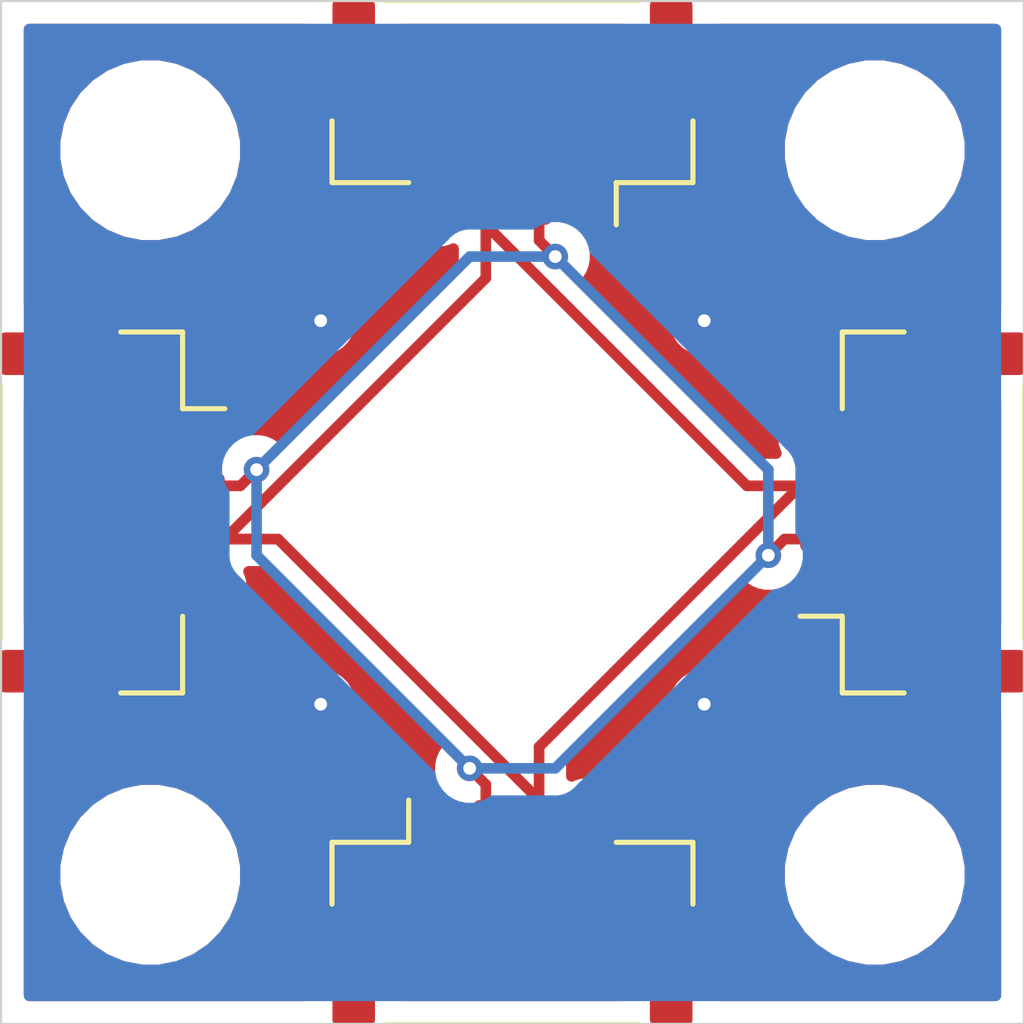
<source format=kicad_pcb>
(kicad_pcb (version 20171130) (host pcbnew "(5.1.9)-1")

  (general
    (thickness 1.6)
    (drawings 4)
    (tracks 47)
    (zones 0)
    (modules 9)
    (nets 5)
  )

  (page A4)
  (layers
    (0 F.Cu signal hide)
    (31 B.Cu signal hide)
    (32 B.Adhes user)
    (33 F.Adhes user)
    (34 B.Paste user)
    (35 F.Paste user)
    (36 B.SilkS user)
    (37 F.SilkS user)
    (38 B.Mask user)
    (39 F.Mask user)
    (40 Dwgs.User user)
    (41 Cmts.User user)
    (42 Eco1.User user)
    (43 Eco2.User user)
    (44 Edge.Cuts user)
    (45 Margin user)
    (46 B.CrtYd user)
    (47 F.CrtYd user)
    (48 B.Fab user)
    (49 F.Fab user)
  )

  (setup
    (last_trace_width 0.25)
    (trace_clearance 0.2)
    (zone_clearance 0.508)
    (zone_45_only no)
    (trace_min 0.2)
    (via_size 0.8)
    (via_drill 0.4)
    (via_min_size 0.4)
    (via_min_drill 0.3)
    (user_via 0.6 0.3)
    (uvia_size 0.3)
    (uvia_drill 0.1)
    (uvias_allowed no)
    (uvia_min_size 0.2)
    (uvia_min_drill 0.1)
    (edge_width 0.05)
    (segment_width 0.2)
    (pcb_text_width 0.3)
    (pcb_text_size 1.5 1.5)
    (mod_edge_width 0.12)
    (mod_text_size 1 1)
    (mod_text_width 0.15)
    (pad_size 1.524 1.524)
    (pad_drill 0.762)
    (pad_to_mask_clearance 0)
    (aux_axis_origin 0 0)
    (visible_elements 7FFFFFFF)
    (pcbplotparams
      (layerselection 0x010fc_ffffffff)
      (usegerberextensions false)
      (usegerberattributes true)
      (usegerberadvancedattributes true)
      (creategerberjobfile true)
      (excludeedgelayer true)
      (linewidth 0.100000)
      (plotframeref false)
      (viasonmask false)
      (mode 1)
      (useauxorigin false)
      (hpglpennumber 1)
      (hpglpenspeed 20)
      (hpglpendiameter 15.000000)
      (psnegative false)
      (psa4output false)
      (plotreference true)
      (plotvalue true)
      (plotinvisibletext false)
      (padsonsilk false)
      (subtractmaskfromsilk false)
      (outputformat 1)
      (mirror false)
      (drillshape 1)
      (scaleselection 1)
      (outputdirectory ""))
  )

  (net 0 "")
  (net 1 GND)
  (net 2 SDA)
  (net 3 SCL)
  (net 4 +5V)

  (net_class Default "This is the default net class."
    (clearance 0.2)
    (trace_width 0.25)
    (via_dia 0.8)
    (via_drill 0.4)
    (uvia_dia 0.3)
    (uvia_drill 0.1)
    (add_net +5V)
    (add_net GND)
    (add_net SCL)
    (add_net SDA)
  )

  (module Connector_JST:JST_GH_SM04B-GHS-TB_1x04-1MP_P1.25mm_Horizontal (layer F.Cu) (tedit 5B78AD87) (tstamp 612691DD)
    (at 9.45 0 90)
    (descr "JST GH series connector, SM04B-GHS-TB (http://www.jst-mfg.com/product/pdf/eng/eGH.pdf), generated with kicad-footprint-generator")
    (tags "connector JST GH top entry")
    (path /612774DC)
    (attr smd)
    (fp_text reference J4 (at 0 -3.9 90) (layer F.SilkS) hide
      (effects (font (size 1 1) (thickness 0.15)))
    )
    (fp_text value Conn_01x04 (at 0 3.9 90) (layer F.Fab)
      (effects (font (size 1 1) (thickness 0.15)))
    )
    (fp_line (start -4.125 -1.6) (end 4.125 -1.6) (layer F.Fab) (width 0.1))
    (fp_line (start -4.235 -0.26) (end -4.235 -1.71) (layer F.SilkS) (width 0.12))
    (fp_line (start -4.235 -1.71) (end -2.435 -1.71) (layer F.SilkS) (width 0.12))
    (fp_line (start -2.435 -1.71) (end -2.435 -2.7) (layer F.SilkS) (width 0.12))
    (fp_line (start 4.235 -0.26) (end 4.235 -1.71) (layer F.SilkS) (width 0.12))
    (fp_line (start 4.235 -1.71) (end 2.435 -1.71) (layer F.SilkS) (width 0.12))
    (fp_line (start -2.965 2.56) (end 2.965 2.56) (layer F.SilkS) (width 0.12))
    (fp_line (start -4.125 2.45) (end 4.125 2.45) (layer F.Fab) (width 0.1))
    (fp_line (start -4.125 -1.6) (end -4.125 2.45) (layer F.Fab) (width 0.1))
    (fp_line (start 4.125 -1.6) (end 4.125 2.45) (layer F.Fab) (width 0.1))
    (fp_line (start -4.72 -3.2) (end -4.72 3.2) (layer F.CrtYd) (width 0.05))
    (fp_line (start -4.72 3.2) (end 4.72 3.2) (layer F.CrtYd) (width 0.05))
    (fp_line (start 4.72 3.2) (end 4.72 -3.2) (layer F.CrtYd) (width 0.05))
    (fp_line (start 4.72 -3.2) (end -4.72 -3.2) (layer F.CrtYd) (width 0.05))
    (fp_line (start -2.375 -1.6) (end -1.875 -0.892893) (layer F.Fab) (width 0.1))
    (fp_line (start -1.875 -0.892893) (end -1.375 -1.6) (layer F.Fab) (width 0.1))
    (fp_text user %R (at 0 0 90) (layer F.Fab)
      (effects (font (size 1 1) (thickness 0.15)))
    )
    (pad MP smd roundrect (at 3.725 1.35 90) (size 1 2.7) (layers F.Cu F.Paste F.Mask) (roundrect_rratio 0.25))
    (pad MP smd roundrect (at -3.725 1.35 90) (size 1 2.7) (layers F.Cu F.Paste F.Mask) (roundrect_rratio 0.25))
    (pad 4 smd roundrect (at 1.875 -1.85 90) (size 0.6 1.7) (layers F.Cu F.Paste F.Mask) (roundrect_rratio 0.25)
      (net 1 GND))
    (pad 3 smd roundrect (at 0.625 -1.85 90) (size 0.6 1.7) (layers F.Cu F.Paste F.Mask) (roundrect_rratio 0.25)
      (net 2 SDA))
    (pad 2 smd roundrect (at -0.625 -1.85 90) (size 0.6 1.7) (layers F.Cu F.Paste F.Mask) (roundrect_rratio 0.25)
      (net 3 SCL))
    (pad 1 smd roundrect (at -1.875 -1.85 90) (size 0.6 1.7) (layers F.Cu F.Paste F.Mask) (roundrect_rratio 0.25)
      (net 4 +5V))
    (model ${KISYS3DMOD}/Connector_JST.3dshapes/JST_GH_SM04B-GHS-TB_1x04-1MP_P1.25mm_Horizontal.wrl
      (at (xyz 0 0 0))
      (scale (xyz 1 1 1))
      (rotate (xyz 0 0 0))
    )
  )

  (module Connector_JST:JST_GH_SM04B-GHS-TB_1x04-1MP_P1.25mm_Horizontal (layer F.Cu) (tedit 5B78AD87) (tstamp 612691C2)
    (at 0 9.45)
    (descr "JST GH series connector, SM04B-GHS-TB (http://www.jst-mfg.com/product/pdf/eng/eGH.pdf), generated with kicad-footprint-generator")
    (tags "connector JST GH top entry")
    (path /6131BA8B)
    (attr smd)
    (fp_text reference J3 (at 0 -3.9) (layer F.SilkS) hide
      (effects (font (size 1 1) (thickness 0.15)))
    )
    (fp_text value Conn_01x04 (at 0 3.9) (layer F.Fab)
      (effects (font (size 1 1) (thickness 0.15)))
    )
    (fp_line (start -4.125 -1.6) (end 4.125 -1.6) (layer F.Fab) (width 0.1))
    (fp_line (start -4.235 -0.26) (end -4.235 -1.71) (layer F.SilkS) (width 0.12))
    (fp_line (start -4.235 -1.71) (end -2.435 -1.71) (layer F.SilkS) (width 0.12))
    (fp_line (start -2.435 -1.71) (end -2.435 -2.7) (layer F.SilkS) (width 0.12))
    (fp_line (start 4.235 -0.26) (end 4.235 -1.71) (layer F.SilkS) (width 0.12))
    (fp_line (start 4.235 -1.71) (end 2.435 -1.71) (layer F.SilkS) (width 0.12))
    (fp_line (start -2.965 2.56) (end 2.965 2.56) (layer F.SilkS) (width 0.12))
    (fp_line (start -4.125 2.45) (end 4.125 2.45) (layer F.Fab) (width 0.1))
    (fp_line (start -4.125 -1.6) (end -4.125 2.45) (layer F.Fab) (width 0.1))
    (fp_line (start 4.125 -1.6) (end 4.125 2.45) (layer F.Fab) (width 0.1))
    (fp_line (start -4.72 -3.2) (end -4.72 3.2) (layer F.CrtYd) (width 0.05))
    (fp_line (start -4.72 3.2) (end 4.72 3.2) (layer F.CrtYd) (width 0.05))
    (fp_line (start 4.72 3.2) (end 4.72 -3.2) (layer F.CrtYd) (width 0.05))
    (fp_line (start 4.72 -3.2) (end -4.72 -3.2) (layer F.CrtYd) (width 0.05))
    (fp_line (start -2.375 -1.6) (end -1.875 -0.892893) (layer F.Fab) (width 0.1))
    (fp_line (start -1.875 -0.892893) (end -1.375 -1.6) (layer F.Fab) (width 0.1))
    (fp_text user %R (at 0 0) (layer F.Fab)
      (effects (font (size 1 1) (thickness 0.15)))
    )
    (pad MP smd roundrect (at 3.725 1.35) (size 1 2.7) (layers F.Cu F.Paste F.Mask) (roundrect_rratio 0.25))
    (pad MP smd roundrect (at -3.725 1.35) (size 1 2.7) (layers F.Cu F.Paste F.Mask) (roundrect_rratio 0.25))
    (pad 4 smd roundrect (at 1.875 -1.85) (size 0.6 1.7) (layers F.Cu F.Paste F.Mask) (roundrect_rratio 0.25)
      (net 1 GND))
    (pad 3 smd roundrect (at 0.625 -1.85) (size 0.6 1.7) (layers F.Cu F.Paste F.Mask) (roundrect_rratio 0.25)
      (net 2 SDA))
    (pad 2 smd roundrect (at -0.625 -1.85) (size 0.6 1.7) (layers F.Cu F.Paste F.Mask) (roundrect_rratio 0.25)
      (net 3 SCL))
    (pad 1 smd roundrect (at -1.875 -1.85) (size 0.6 1.7) (layers F.Cu F.Paste F.Mask) (roundrect_rratio 0.25)
      (net 4 +5V))
    (model ${KISYS3DMOD}/Connector_JST.3dshapes/JST_GH_SM04B-GHS-TB_1x04-1MP_P1.25mm_Horizontal.wrl
      (at (xyz 0 0 0))
      (scale (xyz 1 1 1))
      (rotate (xyz 0 0 0))
    )
  )

  (module Connector_JST:JST_GH_SM04B-GHS-TB_1x04-1MP_P1.25mm_Horizontal (layer F.Cu) (tedit 5B78AD87) (tstamp 612691A7)
    (at -9.45 0 270)
    (descr "JST GH series connector, SM04B-GHS-TB (http://www.jst-mfg.com/product/pdf/eng/eGH.pdf), generated with kicad-footprint-generator")
    (tags "connector JST GH top entry")
    (path /61314CFD)
    (attr smd)
    (fp_text reference J2 (at 0 -3.9 90) (layer F.SilkS) hide
      (effects (font (size 1 1) (thickness 0.15)))
    )
    (fp_text value Conn_01x04 (at 0 3.9 90) (layer F.Fab)
      (effects (font (size 1 1) (thickness 0.15)))
    )
    (fp_line (start -4.125 -1.6) (end 4.125 -1.6) (layer F.Fab) (width 0.1))
    (fp_line (start -4.235 -0.26) (end -4.235 -1.71) (layer F.SilkS) (width 0.12))
    (fp_line (start -4.235 -1.71) (end -2.435 -1.71) (layer F.SilkS) (width 0.12))
    (fp_line (start -2.435 -1.71) (end -2.435 -2.7) (layer F.SilkS) (width 0.12))
    (fp_line (start 4.235 -0.26) (end 4.235 -1.71) (layer F.SilkS) (width 0.12))
    (fp_line (start 4.235 -1.71) (end 2.435 -1.71) (layer F.SilkS) (width 0.12))
    (fp_line (start -2.965 2.56) (end 2.965 2.56) (layer F.SilkS) (width 0.12))
    (fp_line (start -4.125 2.45) (end 4.125 2.45) (layer F.Fab) (width 0.1))
    (fp_line (start -4.125 -1.6) (end -4.125 2.45) (layer F.Fab) (width 0.1))
    (fp_line (start 4.125 -1.6) (end 4.125 2.45) (layer F.Fab) (width 0.1))
    (fp_line (start -4.72 -3.2) (end -4.72 3.2) (layer F.CrtYd) (width 0.05))
    (fp_line (start -4.72 3.2) (end 4.72 3.2) (layer F.CrtYd) (width 0.05))
    (fp_line (start 4.72 3.2) (end 4.72 -3.2) (layer F.CrtYd) (width 0.05))
    (fp_line (start 4.72 -3.2) (end -4.72 -3.2) (layer F.CrtYd) (width 0.05))
    (fp_line (start -2.375 -1.6) (end -1.875 -0.892893) (layer F.Fab) (width 0.1))
    (fp_line (start -1.875 -0.892893) (end -1.375 -1.6) (layer F.Fab) (width 0.1))
    (fp_text user %R (at 0 0 90) (layer F.Fab)
      (effects (font (size 1 1) (thickness 0.15)))
    )
    (pad MP smd roundrect (at 3.725 1.35 270) (size 1 2.7) (layers F.Cu F.Paste F.Mask) (roundrect_rratio 0.25))
    (pad MP smd roundrect (at -3.725 1.35 270) (size 1 2.7) (layers F.Cu F.Paste F.Mask) (roundrect_rratio 0.25))
    (pad 4 smd roundrect (at 1.875 -1.85 270) (size 0.6 1.7) (layers F.Cu F.Paste F.Mask) (roundrect_rratio 0.25)
      (net 1 GND))
    (pad 3 smd roundrect (at 0.625 -1.85 270) (size 0.6 1.7) (layers F.Cu F.Paste F.Mask) (roundrect_rratio 0.25)
      (net 2 SDA))
    (pad 2 smd roundrect (at -0.625 -1.85 270) (size 0.6 1.7) (layers F.Cu F.Paste F.Mask) (roundrect_rratio 0.25)
      (net 3 SCL))
    (pad 1 smd roundrect (at -1.875 -1.85 270) (size 0.6 1.7) (layers F.Cu F.Paste F.Mask) (roundrect_rratio 0.25)
      (net 4 +5V))
    (model ${KISYS3DMOD}/Connector_JST.3dshapes/JST_GH_SM04B-GHS-TB_1x04-1MP_P1.25mm_Horizontal.wrl
      (at (xyz 0 0 0))
      (scale (xyz 1 1 1))
      (rotate (xyz 0 0 0))
    )
  )

  (module Connector_JST:JST_GH_SM04B-GHS-TB_1x04-1MP_P1.25mm_Horizontal (layer F.Cu) (tedit 5B78AD87) (tstamp 6126918C)
    (at 0 -9.45 180)
    (descr "JST GH series connector, SM04B-GHS-TB (http://www.jst-mfg.com/product/pdf/eng/eGH.pdf), generated with kicad-footprint-generator")
    (tags "connector JST GH top entry")
    (path /612769D2)
    (attr smd)
    (fp_text reference J1 (at 0 -3.9) (layer F.SilkS) hide
      (effects (font (size 1 1) (thickness 0.15)))
    )
    (fp_text value Conn_01x04 (at 0 3.9) (layer F.Fab)
      (effects (font (size 1 1) (thickness 0.15)))
    )
    (fp_line (start -4.125 -1.6) (end 4.125 -1.6) (layer F.Fab) (width 0.1))
    (fp_line (start -4.235 -0.26) (end -4.235 -1.71) (layer F.SilkS) (width 0.12))
    (fp_line (start -4.235 -1.71) (end -2.435 -1.71) (layer F.SilkS) (width 0.12))
    (fp_line (start -2.435 -1.71) (end -2.435 -2.7) (layer F.SilkS) (width 0.12))
    (fp_line (start 4.235 -0.26) (end 4.235 -1.71) (layer F.SilkS) (width 0.12))
    (fp_line (start 4.235 -1.71) (end 2.435 -1.71) (layer F.SilkS) (width 0.12))
    (fp_line (start -2.965 2.56) (end 2.965 2.56) (layer F.SilkS) (width 0.12))
    (fp_line (start -4.125 2.45) (end 4.125 2.45) (layer F.Fab) (width 0.1))
    (fp_line (start -4.125 -1.6) (end -4.125 2.45) (layer F.Fab) (width 0.1))
    (fp_line (start 4.125 -1.6) (end 4.125 2.45) (layer F.Fab) (width 0.1))
    (fp_line (start -4.72 -3.2) (end -4.72 3.2) (layer F.CrtYd) (width 0.05))
    (fp_line (start -4.72 3.2) (end 4.72 3.2) (layer F.CrtYd) (width 0.05))
    (fp_line (start 4.72 3.2) (end 4.72 -3.2) (layer F.CrtYd) (width 0.05))
    (fp_line (start 4.72 -3.2) (end -4.72 -3.2) (layer F.CrtYd) (width 0.05))
    (fp_line (start -2.375 -1.6) (end -1.875 -0.892893) (layer F.Fab) (width 0.1))
    (fp_line (start -1.875 -0.892893) (end -1.375 -1.6) (layer F.Fab) (width 0.1))
    (fp_text user %R (at 0 0) (layer F.Fab)
      (effects (font (size 1 1) (thickness 0.15)))
    )
    (pad MP smd roundrect (at 3.725 1.35 180) (size 1 2.7) (layers F.Cu F.Paste F.Mask) (roundrect_rratio 0.25))
    (pad MP smd roundrect (at -3.725 1.35 180) (size 1 2.7) (layers F.Cu F.Paste F.Mask) (roundrect_rratio 0.25))
    (pad 4 smd roundrect (at 1.875 -1.85 180) (size 0.6 1.7) (layers F.Cu F.Paste F.Mask) (roundrect_rratio 0.25)
      (net 1 GND))
    (pad 3 smd roundrect (at 0.625 -1.85 180) (size 0.6 1.7) (layers F.Cu F.Paste F.Mask) (roundrect_rratio 0.25)
      (net 2 SDA))
    (pad 2 smd roundrect (at -0.625 -1.85 180) (size 0.6 1.7) (layers F.Cu F.Paste F.Mask) (roundrect_rratio 0.25)
      (net 3 SCL))
    (pad 1 smd roundrect (at -1.875 -1.85 180) (size 0.6 1.7) (layers F.Cu F.Paste F.Mask) (roundrect_rratio 0.25)
      (net 4 +5V))
    (model ${KISYS3DMOD}/Connector_JST.3dshapes/JST_GH_SM04B-GHS-TB_1x04-1MP_P1.25mm_Horizontal.wrl
      (at (xyz 0 0 0))
      (scale (xyz 1 1 1))
      (rotate (xyz 0 0 0))
    )
  )

  (module MountingHole:MountingHole_4.3mm_M4 (layer F.Cu) (tedit 56D1B4CB) (tstamp 61269171)
    (at 0 0)
    (descr "Mounting Hole 4.3mm, no annular, M4")
    (tags "mounting hole 4.3mm no annular m4")
    (path /6127B502)
    (attr virtual)
    (fp_text reference H5 (at 0 -5.3) (layer F.SilkS) hide
      (effects (font (size 1 1) (thickness 0.15)))
    )
    (fp_text value MountingHole (at 0 5.3) (layer F.Fab)
      (effects (font (size 1 1) (thickness 0.15)))
    )
    (fp_circle (center 0 0) (end 4.3 0) (layer Cmts.User) (width 0.15))
    (fp_circle (center 0 0) (end 4.55 0) (layer F.CrtYd) (width 0.05))
    (fp_text user %R (at 0.3 0) (layer F.Fab)
      (effects (font (size 1 1) (thickness 0.15)))
    )
    (pad 1 np_thru_hole circle (at 0 0) (size 4.3 4.3) (drill 4.3) (layers *.Cu *.Mask))
  )

  (module MountingHole:MountingHole_3.2mm_M3 (layer F.Cu) (tedit 56D1B4CB) (tstamp 61269169)
    (at 8.5 8.5)
    (descr "Mounting Hole 3.2mm, no annular, M3")
    (tags "mounting hole 3.2mm no annular m3")
    (path /6127AA84)
    (attr virtual)
    (fp_text reference H4 (at 0 -4.2) (layer F.SilkS) hide
      (effects (font (size 1 1) (thickness 0.15)))
    )
    (fp_text value MountingHole (at 0 4.2) (layer F.Fab)
      (effects (font (size 1 1) (thickness 0.15)))
    )
    (fp_circle (center 0 0) (end 3.2 0) (layer Cmts.User) (width 0.15))
    (fp_circle (center 0 0) (end 3.45 0) (layer F.CrtYd) (width 0.05))
    (fp_text user %R (at 0.3 0) (layer F.Fab)
      (effects (font (size 1 1) (thickness 0.15)))
    )
    (pad 1 np_thru_hole circle (at 0 0) (size 3.2 3.2) (drill 3.2) (layers *.Cu *.Mask))
  )

  (module MountingHole:MountingHole_3.2mm_M3 (layer F.Cu) (tedit 56D1B4CB) (tstamp 61269161)
    (at -8.5 8.5)
    (descr "Mounting Hole 3.2mm, no annular, M3")
    (tags "mounting hole 3.2mm no annular m3")
    (path /61279D30)
    (attr virtual)
    (fp_text reference H3 (at 0 -4.2) (layer F.SilkS) hide
      (effects (font (size 1 1) (thickness 0.15)))
    )
    (fp_text value MountingHole (at 0 4.2) (layer F.Fab)
      (effects (font (size 1 1) (thickness 0.15)))
    )
    (fp_circle (center 0 0) (end 3.2 0) (layer Cmts.User) (width 0.15))
    (fp_circle (center 0 0) (end 3.45 0) (layer F.CrtYd) (width 0.05))
    (fp_text user %R (at 0.3 0) (layer F.Fab)
      (effects (font (size 1 1) (thickness 0.15)))
    )
    (pad 1 np_thru_hole circle (at 0 0) (size 3.2 3.2) (drill 3.2) (layers *.Cu *.Mask))
  )

  (module MountingHole:MountingHole_3.2mm_M3 (layer F.Cu) (tedit 56D1B4CB) (tstamp 61269159)
    (at 8.5 -8.5)
    (descr "Mounting Hole 3.2mm, no annular, M3")
    (tags "mounting hole 3.2mm no annular m3")
    (path /6127A703)
    (attr virtual)
    (fp_text reference H2 (at 0 -4.2) (layer F.SilkS) hide
      (effects (font (size 1 1) (thickness 0.15)))
    )
    (fp_text value MountingHole (at 0 4.2) (layer F.Fab)
      (effects (font (size 1 1) (thickness 0.15)))
    )
    (fp_circle (center 0 0) (end 3.2 0) (layer Cmts.User) (width 0.15))
    (fp_circle (center 0 0) (end 3.45 0) (layer F.CrtYd) (width 0.05))
    (fp_text user %R (at 0.3 0) (layer F.Fab)
      (effects (font (size 1 1) (thickness 0.15)))
    )
    (pad 1 np_thru_hole circle (at 0 0) (size 3.2 3.2) (drill 3.2) (layers *.Cu *.Mask))
  )

  (module MountingHole:MountingHole_3.2mm_M3 (layer F.Cu) (tedit 56D1B4CB) (tstamp 61269151)
    (at -8.5 -8.5)
    (descr "Mounting Hole 3.2mm, no annular, M3")
    (tags "mounting hole 3.2mm no annular m3")
    (path /61278F6D)
    (attr virtual)
    (fp_text reference H1 (at 0 -4.2) (layer F.SilkS) hide
      (effects (font (size 1 1) (thickness 0.15)))
    )
    (fp_text value MountingHole (at 0 4.2) (layer F.Fab)
      (effects (font (size 1 1) (thickness 0.15)))
    )
    (fp_circle (center 0 0) (end 3.2 0) (layer Cmts.User) (width 0.15))
    (fp_circle (center 0 0) (end 3.45 0) (layer F.CrtYd) (width 0.05))
    (fp_text user %R (at 0.3 0) (layer F.Fab)
      (effects (font (size 1 1) (thickness 0.15)))
    )
    (pad 1 np_thru_hole circle (at 0 0) (size 3.2 3.2) (drill 3.2) (layers *.Cu *.Mask))
  )

  (gr_line (start 12 -12) (end -12 -12) (layer Edge.Cuts) (width 0.05) (tstamp 6126926B))
  (gr_line (start 12 12) (end 12 -12) (layer Edge.Cuts) (width 0.05))
  (gr_line (start -12 12) (end 12 12) (layer Edge.Cuts) (width 0.05))
  (gr_line (start -12 -12) (end -12 12) (layer Edge.Cuts) (width 0.05))

  (via (at -4.5 -4.5) (size 0.6) (drill 0.3) (layers F.Cu B.Cu) (net 1))
  (via (at 4.5 -4.5) (size 0.6) (drill 0.3) (layers F.Cu B.Cu) (net 1))
  (via (at -4.5 4.5) (size 0.6) (drill 0.3) (layers F.Cu B.Cu) (net 1))
  (via (at 4.5 4.5) (size 0.6) (drill 0.3) (layers F.Cu B.Cu) (net 1))
  (segment (start 4.975 -4.5) (end 4.5 -4.5) (width 0.5) (layer F.Cu) (net 1))
  (segment (start 7.6 -1.875) (end 4.975 -4.5) (width 0.5) (layer F.Cu) (net 1))
  (segment (start -4.5 -4.975) (end -4.5 -4.5) (width 0.5) (layer F.Cu) (net 1))
  (segment (start -1.875 -7.6) (end -4.5 -4.975) (width 0.5) (layer F.Cu) (net 1))
  (segment (start -4.975 4.5) (end -4.5 4.5) (width 0.5) (layer F.Cu) (net 1))
  (segment (start -7.6 1.875) (end -4.975 4.5) (width 0.5) (layer F.Cu) (net 1))
  (segment (start 4.5 4.975) (end 4.5 4.5) (width 0.5) (layer F.Cu) (net 1))
  (segment (start 1.875 7.6) (end 4.5 4.975) (width 0.5) (layer F.Cu) (net 1))
  (segment (start 0.625 7.328232) (end 0.625 7.6) (width 0.25) (layer F.Cu) (net 2))
  (segment (start -7.6 0.625) (end -6.078232 0.625) (width 0.25) (layer F.Cu) (net 2))
  (segment (start -6.75 0.625) (end -0.625 -5.5) (width 0.25) (layer F.Cu) (net 2))
  (segment (start -0.625 -5.5) (end -0.625 -7.6) (width 0.25) (layer F.Cu) (net 2))
  (segment (start -7.6 0.625) (end -6.75 0.625) (width 0.25) (layer F.Cu) (net 2))
  (segment (start 5.5 -0.625) (end 7.6 -0.625) (width 0.25) (layer F.Cu) (net 2))
  (segment (start -0.625 -6.75) (end 5.5 -0.625) (width 0.25) (layer F.Cu) (net 2))
  (segment (start -0.625 -7.6) (end -0.625 -6.75) (width 0.25) (layer F.Cu) (net 2))
  (segment (start 0.625 5.5) (end 0.625 7.6) (width 0.25) (layer F.Cu) (net 2))
  (segment (start 6.75 -0.625) (end 0.625 5.5) (width 0.25) (layer F.Cu) (net 2))
  (segment (start 7.6 -0.625) (end 6.75 -0.625) (width 0.25) (layer F.Cu) (net 2))
  (segment (start -5.5 0.625) (end -7.6 0.625) (width 0.25) (layer F.Cu) (net 2))
  (segment (start 0.625 6.75) (end -5.5 0.625) (width 0.25) (layer F.Cu) (net 2))
  (segment (start 0.625 7.6) (end 0.625 6.75) (width 0.25) (layer F.Cu) (net 2))
  (via (at -6.004442 -1.004442) (size 0.6) (drill 0.3) (layers F.Cu B.Cu) (net 3))
  (segment (start -6.383884 -0.625) (end -6.004442 -1.004442) (width 0.25) (layer F.Cu) (net 3))
  (segment (start -7.6 -0.625) (end -6.383884 -0.625) (width 0.25) (layer F.Cu) (net 3))
  (via (at 1.004442 -6.004442) (size 0.6) (drill 0.3) (layers F.Cu B.Cu) (net 3))
  (segment (start 0.625 -6.383884) (end 1.004442 -6.004442) (width 0.25) (layer F.Cu) (net 3))
  (segment (start 0.625 -7.6) (end 0.625 -6.383884) (width 0.25) (layer F.Cu) (net 3))
  (via (at 6.004442 1.004442) (size 0.6) (drill 0.3) (layers F.Cu B.Cu) (net 3))
  (segment (start 6.383884 0.625) (end 6.004442 1.004442) (width 0.25) (layer F.Cu) (net 3))
  (segment (start 7.6 0.625) (end 6.383884 0.625) (width 0.25) (layer F.Cu) (net 3))
  (segment (start -0.625 7.6) (end -0.625 6.962116) (width 0.25) (layer F.Cu) (net 3))
  (segment (start 6.004442 -1.004442) (end 1.004442 -6.004442) (width 0.25) (layer B.Cu) (net 3))
  (segment (start 6.004442 1.004442) (end 6.004442 -1.004442) (width 0.25) (layer B.Cu) (net 3))
  (segment (start -1.004442 -6.004442) (end -6.004442 -1.004442) (width 0.25) (layer B.Cu) (net 3))
  (segment (start 1.004442 -6.004442) (end -1.004442 -6.004442) (width 0.25) (layer B.Cu) (net 3))
  (via (at -1.004442 6.004442) (size 0.6) (drill 0.3) (layers F.Cu B.Cu) (net 3))
  (segment (start -0.625 6.383884) (end -1.004442 6.004442) (width 0.25) (layer F.Cu) (net 3))
  (segment (start -0.625 7.6) (end -0.625 6.383884) (width 0.25) (layer F.Cu) (net 3))
  (segment (start -6.004442 1.004442) (end -6.004442 -1.004442) (width 0.25) (layer B.Cu) (net 3))
  (segment (start -1.004442 6.004442) (end -6.004442 1.004442) (width 0.25) (layer B.Cu) (net 3))
  (segment (start 1.004442 6.004442) (end 6.004442 1.004442) (width 0.25) (layer B.Cu) (net 3))
  (segment (start -1.004442 6.004442) (end 1.004442 6.004442) (width 0.25) (layer B.Cu) (net 3))

  (zone (net 1) (net_name GND) (layer B.Cu) (tstamp 617E299B) (hatch edge 0.508)
    (connect_pads (clearance 0.508))
    (min_thickness 0.254)
    (fill yes (arc_segments 32) (thermal_gap 0.508) (thermal_bridge_width 0.508))
    (polygon
      (pts
        (xy 14 12) (xy -14 12) (xy -14 -16) (xy 14 -16)
      )
    )
    (filled_polygon
      (pts
        (xy 11.34 11.34) (xy -11.34 11.34) (xy -11.34 8.279872) (xy -10.735 8.279872) (xy -10.735 8.720128)
        (xy -10.64911 9.151925) (xy -10.480631 9.558669) (xy -10.236038 9.924729) (xy -9.924729 10.236038) (xy -9.558669 10.480631)
        (xy -9.151925 10.64911) (xy -8.720128 10.735) (xy -8.279872 10.735) (xy -7.848075 10.64911) (xy -7.441331 10.480631)
        (xy -7.075271 10.236038) (xy -6.763962 9.924729) (xy -6.519369 9.558669) (xy -6.35089 9.151925) (xy -6.265 8.720128)
        (xy -6.265 8.279872) (xy 6.265 8.279872) (xy 6.265 8.720128) (xy 6.35089 9.151925) (xy 6.519369 9.558669)
        (xy 6.763962 9.924729) (xy 7.075271 10.236038) (xy 7.441331 10.480631) (xy 7.848075 10.64911) (xy 8.279872 10.735)
        (xy 8.720128 10.735) (xy 9.151925 10.64911) (xy 9.558669 10.480631) (xy 9.924729 10.236038) (xy 10.236038 9.924729)
        (xy 10.480631 9.558669) (xy 10.64911 9.151925) (xy 10.735 8.720128) (xy 10.735 8.279872) (xy 10.64911 7.848075)
        (xy 10.480631 7.441331) (xy 10.236038 7.075271) (xy 9.924729 6.763962) (xy 9.558669 6.519369) (xy 9.151925 6.35089)
        (xy 8.720128 6.265) (xy 8.279872 6.265) (xy 7.848075 6.35089) (xy 7.441331 6.519369) (xy 7.075271 6.763962)
        (xy 6.763962 7.075271) (xy 6.519369 7.441331) (xy 6.35089 7.848075) (xy 6.265 8.279872) (xy -6.265 8.279872)
        (xy -6.35089 7.848075) (xy -6.519369 7.441331) (xy -6.763962 7.075271) (xy -7.075271 6.763962) (xy -7.441331 6.519369)
        (xy -7.848075 6.35089) (xy -8.279872 6.265) (xy -8.720128 6.265) (xy -9.151925 6.35089) (xy -9.558669 6.519369)
        (xy -9.924729 6.763962) (xy -10.236038 7.075271) (xy -10.480631 7.441331) (xy -10.64911 7.848075) (xy -10.735 8.279872)
        (xy -11.34 8.279872) (xy -11.34 -1.096531) (xy -6.939442 -1.096531) (xy -6.939442 -0.912353) (xy -6.90351 -0.731713)
        (xy -6.833028 -0.561553) (xy -6.764441 -0.458906) (xy -6.764442 0.967119) (xy -6.768118 1.004442) (xy -6.764442 1.041764)
        (xy -6.764442 1.041774) (xy -6.753445 1.153427) (xy -6.715908 1.277171) (xy -6.709988 1.296688) (xy -6.639416 1.428718)
        (xy -6.599571 1.477268) (xy -6.544443 1.544443) (xy -6.515439 1.568246) (xy -1.927595 6.156091) (xy -1.90351 6.277171)
        (xy -1.833028 6.447331) (xy -1.730704 6.60047) (xy -1.60047 6.730704) (xy -1.447331 6.833028) (xy -1.277171 6.90351)
        (xy -1.096531 6.939442) (xy -0.912353 6.939442) (xy -0.731713 6.90351) (xy -0.561553 6.833028) (xy -0.458907 6.764442)
        (xy 0.96712 6.764442) (xy 1.004442 6.768118) (xy 1.041764 6.764442) (xy 1.041775 6.764442) (xy 1.153428 6.753445)
        (xy 1.296689 6.709988) (xy 1.428718 6.639416) (xy 1.544443 6.544443) (xy 1.568246 6.515439) (xy 6.156091 1.927595)
        (xy 6.277171 1.90351) (xy 6.447331 1.833028) (xy 6.60047 1.730704) (xy 6.730704 1.60047) (xy 6.833028 1.447331)
        (xy 6.90351 1.277171) (xy 6.939442 1.096531) (xy 6.939442 0.912353) (xy 6.90351 0.731713) (xy 6.833028 0.561553)
        (xy 6.764442 0.458907) (xy 6.764442 -0.967119) (xy 6.768118 -1.004442) (xy 6.764442 -1.041765) (xy 6.764442 -1.041775)
        (xy 6.753445 -1.153428) (xy 6.709988 -1.296689) (xy 6.639416 -1.428718) (xy 6.544443 -1.544443) (xy 6.515445 -1.568241)
        (xy 1.927595 -6.15609) (xy 1.90351 -6.277171) (xy 1.833028 -6.447331) (xy 1.730704 -6.60047) (xy 1.60047 -6.730704)
        (xy 1.447331 -6.833028) (xy 1.277171 -6.90351) (xy 1.096531 -6.939442) (xy 0.912353 -6.939442) (xy 0.731713 -6.90351)
        (xy 0.561553 -6.833028) (xy 0.458907 -6.764442) (xy -0.967119 -6.764442) (xy -1.004442 -6.768118) (xy -1.041765 -6.764442)
        (xy -1.041775 -6.764442) (xy -1.153428 -6.753445) (xy -1.296689 -6.709988) (xy -1.428718 -6.639416) (xy -1.544443 -6.544443)
        (xy -1.568241 -6.515445) (xy -6.15609 -1.927595) (xy -6.277171 -1.90351) (xy -6.447331 -1.833028) (xy -6.60047 -1.730704)
        (xy -6.730704 -1.60047) (xy -6.833028 -1.447331) (xy -6.90351 -1.277171) (xy -6.939442 -1.096531) (xy -11.34 -1.096531)
        (xy -11.34 -8.720128) (xy -10.735 -8.720128) (xy -10.735 -8.279872) (xy -10.64911 -7.848075) (xy -10.480631 -7.441331)
        (xy -10.236038 -7.075271) (xy -9.924729 -6.763962) (xy -9.558669 -6.519369) (xy -9.151925 -6.35089) (xy -8.720128 -6.265)
        (xy -8.279872 -6.265) (xy -7.848075 -6.35089) (xy -7.441331 -6.519369) (xy -7.075271 -6.763962) (xy -6.763962 -7.075271)
        (xy -6.519369 -7.441331) (xy -6.35089 -7.848075) (xy -6.265 -8.279872) (xy -6.265 -8.720128) (xy 6.265 -8.720128)
        (xy 6.265 -8.279872) (xy 6.35089 -7.848075) (xy 6.519369 -7.441331) (xy 6.763962 -7.075271) (xy 7.075271 -6.763962)
        (xy 7.441331 -6.519369) (xy 7.848075 -6.35089) (xy 8.279872 -6.265) (xy 8.720128 -6.265) (xy 9.151925 -6.35089)
        (xy 9.558669 -6.519369) (xy 9.924729 -6.763962) (xy 10.236038 -7.075271) (xy 10.480631 -7.441331) (xy 10.64911 -7.848075)
        (xy 10.735 -8.279872) (xy 10.735 -8.720128) (xy 10.64911 -9.151925) (xy 10.480631 -9.558669) (xy 10.236038 -9.924729)
        (xy 9.924729 -10.236038) (xy 9.558669 -10.480631) (xy 9.151925 -10.64911) (xy 8.720128 -10.735) (xy 8.279872 -10.735)
        (xy 7.848075 -10.64911) (xy 7.441331 -10.480631) (xy 7.075271 -10.236038) (xy 6.763962 -9.924729) (xy 6.519369 -9.558669)
        (xy 6.35089 -9.151925) (xy 6.265 -8.720128) (xy -6.265 -8.720128) (xy -6.35089 -9.151925) (xy -6.519369 -9.558669)
        (xy -6.763962 -9.924729) (xy -7.075271 -10.236038) (xy -7.441331 -10.480631) (xy -7.848075 -10.64911) (xy -8.279872 -10.735)
        (xy -8.720128 -10.735) (xy -9.151925 -10.64911) (xy -9.558669 -10.480631) (xy -9.924729 -10.236038) (xy -10.236038 -9.924729)
        (xy -10.480631 -9.558669) (xy -10.64911 -9.151925) (xy -10.735 -8.720128) (xy -11.34 -8.720128) (xy -11.34 -11.34)
        (xy 11.340001 -11.34)
      )
    )
  )
  (zone (net 4) (net_name +5V) (layer F.Cu) (tstamp 617E2998) (hatch edge 0.508)
    (connect_pads (clearance 0.508))
    (min_thickness 0.254)
    (fill yes (arc_segments 32) (thermal_gap 0.508) (thermal_bridge_width 0.508))
    (polygon
      (pts
        (xy 17 12) (xy -21 12) (xy -21 -12) (xy 17 -12)
      )
    )
    (filled_polygon
      (pts
        (xy -4.863072 -9.7) (xy -4.846008 -9.526746) (xy -4.795472 -9.36015) (xy -4.713405 -9.206614) (xy -4.602962 -9.072038)
        (xy -4.468386 -8.961595) (xy -4.31485 -8.879528) (xy -4.148254 -8.828992) (xy -3.975 -8.811928) (xy -3.475 -8.811928)
        (xy -3.301746 -8.828992) (xy -3.13515 -8.879528) (xy -2.981614 -8.961595) (xy -2.847038 -9.072038) (xy -2.736595 -9.206614)
        (xy -2.654528 -9.36015) (xy -2.603992 -9.526746) (xy -2.586928 -9.7) (xy -2.586928 -11.34) (xy 2.586928 -11.34)
        (xy 2.586928 -9.7) (xy 2.603992 -9.526746) (xy 2.654528 -9.36015) (xy 2.736595 -9.206614) (xy 2.847038 -9.072038)
        (xy 2.981614 -8.961595) (xy 3.13515 -8.879528) (xy 3.301746 -8.828992) (xy 3.475 -8.811928) (xy 3.975 -8.811928)
        (xy 4.148254 -8.828992) (xy 4.31485 -8.879528) (xy 4.468386 -8.961595) (xy 4.602962 -9.072038) (xy 4.713405 -9.206614)
        (xy 4.795472 -9.36015) (xy 4.846008 -9.526746) (xy 4.863072 -9.7) (xy 4.863072 -11.34) (xy 11.340001 -11.34)
        (xy 11.340001 -4.863072) (xy 9.7 -4.863072) (xy 9.526746 -4.846008) (xy 9.36015 -4.795472) (xy 9.206614 -4.713405)
        (xy 9.072038 -4.602962) (xy 8.961595 -4.468386) (xy 8.879528 -4.31485) (xy 8.828992 -4.148254) (xy 8.811928 -3.975)
        (xy 8.811928 -3.475) (xy 8.828992 -3.301746) (xy 8.879528 -3.13515) (xy 8.961595 -2.981614) (xy 9.072038 -2.847038)
        (xy 9.206614 -2.736595) (xy 9.36015 -2.654528) (xy 9.526746 -2.603992) (xy 9.7 -2.586928) (xy 11.340001 -2.586928)
        (xy 11.34 2.586928) (xy 9.7 2.586928) (xy 9.526746 2.603992) (xy 9.36015 2.654528) (xy 9.206614 2.736595)
        (xy 9.072038 2.847038) (xy 8.961595 2.981614) (xy 8.879528 3.13515) (xy 8.828992 3.301746) (xy 8.811928 3.475)
        (xy 8.811928 3.975) (xy 8.828992 4.148254) (xy 8.879528 4.31485) (xy 8.961595 4.468386) (xy 9.072038 4.602962)
        (xy 9.206614 4.713405) (xy 9.36015 4.795472) (xy 9.526746 4.846008) (xy 9.7 4.863072) (xy 11.34 4.863072)
        (xy 11.34 11.34) (xy 4.863072 11.34) (xy 4.863072 9.7) (xy 4.846008 9.526746) (xy 4.795472 9.36015)
        (xy 4.713405 9.206614) (xy 4.602962 9.072038) (xy 4.468386 8.961595) (xy 4.31485 8.879528) (xy 4.148254 8.828992)
        (xy 3.975 8.811928) (xy 3.475 8.811928) (xy 3.301746 8.828992) (xy 3.13515 8.879528) (xy 2.981614 8.961595)
        (xy 2.847038 9.072038) (xy 2.736595 9.206614) (xy 2.654528 9.36015) (xy 2.603992 9.526746) (xy 2.586928 9.7)
        (xy 2.586928 11.34) (xy -2.586928 11.34) (xy -2.586928 9.7) (xy -2.603992 9.526746) (xy -2.654528 9.36015)
        (xy -2.736595 9.206614) (xy -2.847038 9.072038) (xy -2.981614 8.961595) (xy -3.13515 8.879528) (xy -3.301746 8.828992)
        (xy -3.475 8.811928) (xy -3.975 8.811928) (xy -4.148254 8.828992) (xy -4.31485 8.879528) (xy -4.468386 8.961595)
        (xy -4.602962 9.072038) (xy -4.713405 9.206614) (xy -4.795472 9.36015) (xy -4.846008 9.526746) (xy -4.863072 9.7)
        (xy -4.863072 11.34) (xy -11.34 11.34) (xy -11.34 8.279872) (xy -10.735 8.279872) (xy -10.735 8.720128)
        (xy -10.64911 9.151925) (xy -10.480631 9.558669) (xy -10.236038 9.924729) (xy -9.924729 10.236038) (xy -9.558669 10.480631)
        (xy -9.151925 10.64911) (xy -8.720128 10.735) (xy -8.279872 10.735) (xy -7.848075 10.64911) (xy -7.441331 10.480631)
        (xy -7.075271 10.236038) (xy -6.763962 9.924729) (xy -6.519369 9.558669) (xy -6.35089 9.151925) (xy -6.265 8.720128)
        (xy -6.265 8.45) (xy -2.813072 8.45) (xy -2.800812 8.574482) (xy -2.764502 8.69418) (xy -2.705537 8.804494)
        (xy -2.626185 8.901185) (xy -2.529494 8.980537) (xy -2.41918 9.039502) (xy -2.299482 9.075812) (xy -2.175 9.088072)
        (xy -2.16075 9.085) (xy -2.002 8.92625) (xy -2.002 7.727) (xy -2.65125 7.727) (xy -2.81 7.88575)
        (xy -2.813072 8.45) (xy -6.265 8.45) (xy -6.265 8.279872) (xy -6.35089 7.848075) (xy -6.519369 7.441331)
        (xy -6.763962 7.075271) (xy -7.075271 6.763962) (xy -7.441331 6.519369) (xy -7.848075 6.35089) (xy -8.279872 6.265)
        (xy -8.720128 6.265) (xy -9.151925 6.35089) (xy -9.558669 6.519369) (xy -9.924729 6.763962) (xy -10.236038 7.075271)
        (xy -10.480631 7.441331) (xy -10.64911 7.848075) (xy -10.735 8.279872) (xy -11.34 8.279872) (xy -11.34 4.863072)
        (xy -9.7 4.863072) (xy -9.526746 4.846008) (xy -9.36015 4.795472) (xy -9.206614 4.713405) (xy -9.072038 4.602962)
        (xy -8.961595 4.468386) (xy -8.879528 4.31485) (xy -8.828992 4.148254) (xy -8.811928 3.975) (xy -8.811928 3.475)
        (xy -8.828992 3.301746) (xy -8.879528 3.13515) (xy -8.961595 2.981614) (xy -9.072038 2.847038) (xy -9.206614 2.736595)
        (xy -9.36015 2.654528) (xy -9.526746 2.603992) (xy -9.7 2.586928) (xy -11.34 2.586928) (xy -11.34 -1.575)
        (xy -9.088072 -1.575) (xy -9.075812 -1.450518) (xy -9.039502 -1.33082) (xy -8.980537 -1.220506) (xy -8.962744 -1.198825)
        (xy -9.028084 -1.076582) (xy -9.072929 -0.928745) (xy -9.088072 -0.775) (xy -9.088072 -0.475) (xy -9.072929 -0.321255)
        (xy -9.028084 -0.173418) (xy -8.955258 -0.037171) (xy -8.924753 0) (xy -8.955258 0.037171) (xy -9.028084 0.173418)
        (xy -9.072929 0.321255) (xy -9.088072 0.475) (xy -9.088072 0.775) (xy -9.072929 0.928745) (xy -9.028084 1.076582)
        (xy -8.955258 1.212829) (xy -8.924753 1.25) (xy -8.955258 1.287171) (xy -9.028084 1.423418) (xy -9.072929 1.571255)
        (xy -9.088072 1.725) (xy -9.088072 2.025) (xy -9.072929 2.178745) (xy -9.028084 2.326582) (xy -8.955258 2.462829)
        (xy -8.857251 2.582251) (xy -8.737829 2.680258) (xy -8.601582 2.753084) (xy -8.453745 2.797929) (xy -8.3 2.813072)
        (xy -7.913506 2.813072) (xy -5.63153 5.095049) (xy -5.603817 5.128817) (xy -5.570049 5.15653) (xy -5.570047 5.156532)
        (xy -5.469059 5.239411) (xy -5.315314 5.321589) (xy -5.21831 5.351015) (xy -5.14849 5.372195) (xy -5.018477 5.385)
        (xy -5.018469 5.385) (xy -4.975 5.389281) (xy -4.931531 5.385) (xy -4.806692 5.385) (xy -4.772729 5.399068)
        (xy -4.592089 5.435) (xy -4.407911 5.435) (xy -4.227271 5.399068) (xy -4.057111 5.328586) (xy -3.903972 5.226262)
        (xy -3.773738 5.096028) (xy -3.671414 4.942889) (xy -3.600932 4.772729) (xy -3.565 4.592089) (xy -3.565 4.407911)
        (xy -3.600932 4.227271) (xy -3.671414 4.057111) (xy -3.773738 3.903972) (xy -3.903972 3.773738) (xy -4.057111 3.671414)
        (xy -4.227271 3.600932) (xy -4.407911 3.565) (xy -4.592089 3.565) (xy -4.647416 3.576005) (xy -6.119683 2.103738)
        (xy -6.111928 2.025) (xy -6.111928 1.725) (xy -6.127071 1.571255) (xy -6.171916 1.423418) (xy -6.192451 1.385)
        (xy -5.814801 1.385) (xy -1.75501 5.444791) (xy -1.833028 5.561553) (xy -1.90351 5.731713) (xy -1.939442 5.912353)
        (xy -1.939442 6.096531) (xy -1.935768 6.115) (xy -2.002002 6.115) (xy -2.002002 6.273748) (xy -2.16075 6.115)
        (xy -2.175 6.111928) (xy -2.299482 6.124188) (xy -2.41918 6.160498) (xy -2.529494 6.219463) (xy -2.626185 6.298815)
        (xy -2.705537 6.395506) (xy -2.764502 6.50582) (xy -2.800812 6.625518) (xy -2.813072 6.75) (xy -2.81 7.31425)
        (xy -2.65125 7.473) (xy -2.002 7.473) (xy -2.002 7.453) (xy -1.748 7.453) (xy -1.748 7.473)
        (xy -1.728 7.473) (xy -1.728 7.727) (xy -1.748 7.727) (xy -1.748 8.92625) (xy -1.58925 9.085)
        (xy -1.575 9.088072) (xy -1.450518 9.075812) (xy -1.33082 9.039502) (xy -1.220506 8.980537) (xy -1.198825 8.962744)
        (xy -1.076582 9.028084) (xy -0.928745 9.072929) (xy -0.775 9.088072) (xy -0.475 9.088072) (xy -0.321255 9.072929)
        (xy -0.173418 9.028084) (xy -0.037171 8.955258) (xy 0 8.924753) (xy 0.037171 8.955258) (xy 0.173418 9.028084)
        (xy 0.321255 9.072929) (xy 0.475 9.088072) (xy 0.775 9.088072) (xy 0.928745 9.072929) (xy 1.076582 9.028084)
        (xy 1.212829 8.955258) (xy 1.25 8.924753) (xy 1.287171 8.955258) (xy 1.423418 9.028084) (xy 1.571255 9.072929)
        (xy 1.725 9.088072) (xy 2.025 9.088072) (xy 2.178745 9.072929) (xy 2.326582 9.028084) (xy 2.462829 8.955258)
        (xy 2.582251 8.857251) (xy 2.680258 8.737829) (xy 2.753084 8.601582) (xy 2.797929 8.453745) (xy 2.813072 8.3)
        (xy 2.813072 8.279872) (xy 6.265 8.279872) (xy 6.265 8.720128) (xy 6.35089 9.151925) (xy 6.519369 9.558669)
        (xy 6.763962 9.924729) (xy 7.075271 10.236038) (xy 7.441331 10.480631) (xy 7.848075 10.64911) (xy 8.279872 10.735)
        (xy 8.720128 10.735) (xy 9.151925 10.64911) (xy 9.558669 10.480631) (xy 9.924729 10.236038) (xy 10.236038 9.924729)
        (xy 10.480631 9.558669) (xy 10.64911 9.151925) (xy 10.735 8.720128) (xy 10.735 8.279872) (xy 10.64911 7.848075)
        (xy 10.480631 7.441331) (xy 10.236038 7.075271) (xy 9.924729 6.763962) (xy 9.558669 6.519369) (xy 9.151925 6.35089)
        (xy 8.720128 6.265) (xy 8.279872 6.265) (xy 7.848075 6.35089) (xy 7.441331 6.519369) (xy 7.075271 6.763962)
        (xy 6.763962 7.075271) (xy 6.519369 7.441331) (xy 6.35089 7.848075) (xy 6.265 8.279872) (xy 2.813072 8.279872)
        (xy 2.813072 7.913506) (xy 5.09505 5.631529) (xy 5.128817 5.603817) (xy 5.163503 5.561553) (xy 5.239411 5.469059)
        (xy 5.321589 5.315314) (xy 5.372195 5.14849) (xy 5.372195 5.148489) (xy 5.385 5.018477) (xy 5.385 5.018469)
        (xy 5.389281 4.975) (xy 5.385 4.931531) (xy 5.385 4.806692) (xy 5.399068 4.772729) (xy 5.435 4.592089)
        (xy 5.435 4.407911) (xy 5.399068 4.227271) (xy 5.328586 4.057111) (xy 5.226262 3.903972) (xy 5.096028 3.773738)
        (xy 4.942889 3.671414) (xy 4.772729 3.600932) (xy 4.592089 3.565) (xy 4.407911 3.565) (xy 4.227271 3.600932)
        (xy 4.057111 3.671414) (xy 3.903972 3.773738) (xy 3.773738 3.903972) (xy 3.671414 4.057111) (xy 3.600932 4.227271)
        (xy 3.565 4.407911) (xy 3.565 4.592089) (xy 3.576005 4.647416) (xy 2.103738 6.119683) (xy 2.025 6.111928)
        (xy 1.725 6.111928) (xy 1.571255 6.127071) (xy 1.423418 6.171916) (xy 1.385 6.192451) (xy 1.385 5.814801)
        (xy 5.444791 1.75501) (xy 5.561553 1.833028) (xy 5.731713 1.90351) (xy 5.912353 1.939442) (xy 6.096531 1.939442)
        (xy 6.115 1.935768) (xy 6.115 2.002002) (xy 6.273748 2.002002) (xy 6.115 2.16075) (xy 6.111928 2.175)
        (xy 6.124188 2.299482) (xy 6.160498 2.41918) (xy 6.219463 2.529494) (xy 6.298815 2.626185) (xy 6.395506 2.705537)
        (xy 6.50582 2.764502) (xy 6.625518 2.800812) (xy 6.75 2.813072) (xy 7.31425 2.81) (xy 7.473 2.65125)
        (xy 7.473 2.002) (xy 7.727 2.002) (xy 7.727 2.65125) (xy 7.88575 2.81) (xy 8.45 2.813072)
        (xy 8.574482 2.800812) (xy 8.69418 2.764502) (xy 8.804494 2.705537) (xy 8.901185 2.626185) (xy 8.980537 2.529494)
        (xy 9.039502 2.41918) (xy 9.075812 2.299482) (xy 9.088072 2.175) (xy 9.085 2.16075) (xy 8.92625 2.002)
        (xy 7.727 2.002) (xy 7.473 2.002) (xy 7.453 2.002) (xy 7.453 1.748) (xy 7.473 1.748)
        (xy 7.473 1.728) (xy 7.727 1.728) (xy 7.727 1.748) (xy 8.92625 1.748) (xy 9.085 1.58925)
        (xy 9.088072 1.575) (xy 9.075812 1.450518) (xy 9.039502 1.33082) (xy 8.980537 1.220506) (xy 8.962744 1.198825)
        (xy 9.028084 1.076582) (xy 9.072929 0.928745) (xy 9.088072 0.775) (xy 9.088072 0.475) (xy 9.072929 0.321255)
        (xy 9.028084 0.173418) (xy 8.955258 0.037171) (xy 8.924753 0) (xy 8.955258 -0.037171) (xy 9.028084 -0.173418)
        (xy 9.072929 -0.321255) (xy 9.088072 -0.475) (xy 9.088072 -0.775) (xy 9.072929 -0.928745) (xy 9.028084 -1.076582)
        (xy 8.955258 -1.212829) (xy 8.924753 -1.25) (xy 8.955258 -1.287171) (xy 9.028084 -1.423418) (xy 9.072929 -1.571255)
        (xy 9.088072 -1.725) (xy 9.088072 -2.025) (xy 9.072929 -2.178745) (xy 9.028084 -2.326582) (xy 8.955258 -2.462829)
        (xy 8.857251 -2.582251) (xy 8.737829 -2.680258) (xy 8.601582 -2.753084) (xy 8.453745 -2.797929) (xy 8.3 -2.813072)
        (xy 7.913507 -2.813072) (xy 5.631534 -5.095044) (xy 5.603817 -5.128817) (xy 5.469059 -5.239411) (xy 5.315313 -5.321589)
        (xy 5.14849 -5.372195) (xy 5.018477 -5.385) (xy 5.018469 -5.385) (xy 4.975 -5.389281) (xy 4.931531 -5.385)
        (xy 4.806692 -5.385) (xy 4.772729 -5.399068) (xy 4.592089 -5.435) (xy 4.407911 -5.435) (xy 4.227271 -5.399068)
        (xy 4.057111 -5.328586) (xy 3.903972 -5.226262) (xy 3.773738 -5.096028) (xy 3.671414 -4.942889) (xy 3.600932 -4.772729)
        (xy 3.565 -4.592089) (xy 3.565 -4.407911) (xy 3.600932 -4.227271) (xy 3.671414 -4.057111) (xy 3.773738 -3.903972)
        (xy 3.903972 -3.773738) (xy 4.057111 -3.671414) (xy 4.227271 -3.600932) (xy 4.407911 -3.565) (xy 4.592089 -3.565)
        (xy 4.647416 -3.576005) (xy 6.119683 -2.103738) (xy 6.111928 -2.025) (xy 6.111928 -1.725) (xy 6.127071 -1.571255)
        (xy 6.171916 -1.423418) (xy 6.192451 -1.385) (xy 5.814802 -1.385) (xy 1.75501 -5.444791) (xy 1.833028 -5.561553)
        (xy 1.90351 -5.731713) (xy 1.939442 -5.912353) (xy 1.939442 -6.096531) (xy 1.935768 -6.115) (xy 2.002002 -6.115)
        (xy 2.002002 -6.273748) (xy 2.16075 -6.115) (xy 2.175 -6.111928) (xy 2.299482 -6.124188) (xy 2.41918 -6.160498)
        (xy 2.529494 -6.219463) (xy 2.626185 -6.298815) (xy 2.705537 -6.395506) (xy 2.764502 -6.50582) (xy 2.800812 -6.625518)
        (xy 2.813072 -6.75) (xy 2.81 -7.31425) (xy 2.65125 -7.473) (xy 2.002 -7.473) (xy 2.002 -7.453)
        (xy 1.748 -7.453) (xy 1.748 -7.473) (xy 1.728 -7.473) (xy 1.728 -7.727) (xy 1.748 -7.727)
        (xy 1.748 -8.92625) (xy 2.002 -8.92625) (xy 2.002 -7.727) (xy 2.65125 -7.727) (xy 2.81 -7.88575)
        (xy 2.813072 -8.45) (xy 2.800812 -8.574482) (xy 2.764502 -8.69418) (xy 2.750633 -8.720128) (xy 6.265 -8.720128)
        (xy 6.265 -8.279872) (xy 6.35089 -7.848075) (xy 6.519369 -7.441331) (xy 6.763962 -7.075271) (xy 7.075271 -6.763962)
        (xy 7.441331 -6.519369) (xy 7.848075 -6.35089) (xy 8.279872 -6.265) (xy 8.720128 -6.265) (xy 9.151925 -6.35089)
        (xy 9.558669 -6.519369) (xy 9.924729 -6.763962) (xy 10.236038 -7.075271) (xy 10.480631 -7.441331) (xy 10.64911 -7.848075)
        (xy 10.735 -8.279872) (xy 10.735 -8.720128) (xy 10.64911 -9.151925) (xy 10.480631 -9.558669) (xy 10.236038 -9.924729)
        (xy 9.924729 -10.236038) (xy 9.558669 -10.480631) (xy 9.151925 -10.64911) (xy 8.720128 -10.735) (xy 8.279872 -10.735)
        (xy 7.848075 -10.64911) (xy 7.441331 -10.480631) (xy 7.075271 -10.236038) (xy 6.763962 -9.924729) (xy 6.519369 -9.558669)
        (xy 6.35089 -9.151925) (xy 6.265 -8.720128) (xy 2.750633 -8.720128) (xy 2.705537 -8.804494) (xy 2.626185 -8.901185)
        (xy 2.529494 -8.980537) (xy 2.41918 -9.039502) (xy 2.299482 -9.075812) (xy 2.175 -9.088072) (xy 2.16075 -9.085)
        (xy 2.002 -8.92625) (xy 1.748 -8.92625) (xy 1.58925 -9.085) (xy 1.575 -9.088072) (xy 1.450518 -9.075812)
        (xy 1.33082 -9.039502) (xy 1.220506 -8.980537) (xy 1.198825 -8.962744) (xy 1.076582 -9.028084) (xy 0.928745 -9.072929)
        (xy 0.775 -9.088072) (xy 0.475 -9.088072) (xy 0.321255 -9.072929) (xy 0.173418 -9.028084) (xy 0.037171 -8.955258)
        (xy 0 -8.924753) (xy -0.037171 -8.955258) (xy -0.173418 -9.028084) (xy -0.321255 -9.072929) (xy -0.475 -9.088072)
        (xy -0.775 -9.088072) (xy -0.928745 -9.072929) (xy -1.076582 -9.028084) (xy -1.212829 -8.955258) (xy -1.25 -8.924753)
        (xy -1.287171 -8.955258) (xy -1.423418 -9.028084) (xy -1.571255 -9.072929) (xy -1.725 -9.088072) (xy -2.025 -9.088072)
        (xy -2.178745 -9.072929) (xy -2.326582 -9.028084) (xy -2.462829 -8.955258) (xy -2.582251 -8.857251) (xy -2.680258 -8.737829)
        (xy -2.753084 -8.601582) (xy -2.797929 -8.453745) (xy -2.813072 -8.3) (xy -2.813072 -7.913507) (xy -5.095044 -5.631534)
        (xy -5.128817 -5.603817) (xy -5.239411 -5.469058) (xy -5.321589 -5.315312) (xy -5.372195 -5.148489) (xy -5.385 -5.018476)
        (xy -5.385 -5.018469) (xy -5.389281 -4.975) (xy -5.385 -4.931531) (xy -5.385 -4.806692) (xy -5.399068 -4.772729)
        (xy -5.435 -4.592089) (xy -5.435 -4.407911) (xy -5.399068 -4.227271) (xy -5.328586 -4.057111) (xy -5.226262 -3.903972)
        (xy -5.096028 -3.773738) (xy -4.942889 -3.671414) (xy -4.772729 -3.600932) (xy -4.592089 -3.565) (xy -4.407911 -3.565)
        (xy -4.227271 -3.600932) (xy -4.057111 -3.671414) (xy -3.903972 -3.773738) (xy -3.773738 -3.903972) (xy -3.671414 -4.057111)
        (xy -3.600932 -4.227271) (xy -3.565 -4.407911) (xy -3.565 -4.592089) (xy -3.576005 -4.647416) (xy -2.103738 -6.119683)
        (xy -2.025 -6.111928) (xy -1.725 -6.111928) (xy -1.571255 -6.127071) (xy -1.423418 -6.171916) (xy -1.385 -6.192451)
        (xy -1.385 -5.814802) (xy -5.444791 -1.75501) (xy -5.561553 -1.833028) (xy -5.731713 -1.90351) (xy -5.912353 -1.939442)
        (xy -6.096531 -1.939442) (xy -6.115 -1.935768) (xy -6.115 -2.002002) (xy -6.273748 -2.002002) (xy -6.115 -2.16075)
        (xy -6.111928 -2.175) (xy -6.124188 -2.299482) (xy -6.160498 -2.41918) (xy -6.219463 -2.529494) (xy -6.298815 -2.626185)
        (xy -6.395506 -2.705537) (xy -6.50582 -2.764502) (xy -6.625518 -2.800812) (xy -6.75 -2.813072) (xy -7.31425 -2.81)
        (xy -7.473 -2.65125) (xy -7.473 -2.002) (xy -7.453 -2.002) (xy -7.453 -1.748) (xy -7.473 -1.748)
        (xy -7.473 -1.728) (xy -7.727 -1.728) (xy -7.727 -1.748) (xy -8.92625 -1.748) (xy -9.085 -1.58925)
        (xy -9.088072 -1.575) (xy -11.34 -1.575) (xy -11.34 -2.175) (xy -9.088072 -2.175) (xy -9.085 -2.16075)
        (xy -8.92625 -2.002) (xy -7.727 -2.002) (xy -7.727 -2.65125) (xy -7.88575 -2.81) (xy -8.45 -2.813072)
        (xy -8.574482 -2.800812) (xy -8.69418 -2.764502) (xy -8.804494 -2.705537) (xy -8.901185 -2.626185) (xy -8.980537 -2.529494)
        (xy -9.039502 -2.41918) (xy -9.075812 -2.299482) (xy -9.088072 -2.175) (xy -11.34 -2.175) (xy -11.34 -2.586928)
        (xy -9.7 -2.586928) (xy -9.526746 -2.603992) (xy -9.36015 -2.654528) (xy -9.206614 -2.736595) (xy -9.072038 -2.847038)
        (xy -8.961595 -2.981614) (xy -8.879528 -3.13515) (xy -8.828992 -3.301746) (xy -8.811928 -3.475) (xy -8.811928 -3.975)
        (xy -8.828992 -4.148254) (xy -8.879528 -4.31485) (xy -8.961595 -4.468386) (xy -9.072038 -4.602962) (xy -9.206614 -4.713405)
        (xy -9.36015 -4.795472) (xy -9.526746 -4.846008) (xy -9.7 -4.863072) (xy -11.34 -4.863072) (xy -11.34 -8.720128)
        (xy -10.735 -8.720128) (xy -10.735 -8.279872) (xy -10.64911 -7.848075) (xy -10.480631 -7.441331) (xy -10.236038 -7.075271)
        (xy -9.924729 -6.763962) (xy -9.558669 -6.519369) (xy -9.151925 -6.35089) (xy -8.720128 -6.265) (xy -8.279872 -6.265)
        (xy -7.848075 -6.35089) (xy -7.441331 -6.519369) (xy -7.075271 -6.763962) (xy -6.763962 -7.075271) (xy -6.519369 -7.441331)
        (xy -6.35089 -7.848075) (xy -6.265 -8.279872) (xy -6.265 -8.720128) (xy -6.35089 -9.151925) (xy -6.519369 -9.558669)
        (xy -6.763962 -9.924729) (xy -7.075271 -10.236038) (xy -7.441331 -10.480631) (xy -7.848075 -10.64911) (xy -8.279872 -10.735)
        (xy -8.720128 -10.735) (xy -9.151925 -10.64911) (xy -9.558669 -10.480631) (xy -9.924729 -10.236038) (xy -10.236038 -9.924729)
        (xy -10.480631 -9.558669) (xy -10.64911 -9.151925) (xy -10.735 -8.720128) (xy -11.34 -8.720128) (xy -11.34 -11.34)
        (xy -4.863072 -11.34)
      )
    )
  )
)

</source>
